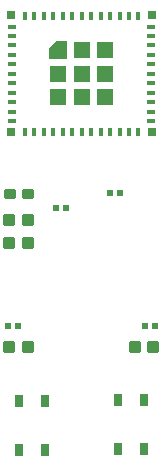
<source format=gbr>
%TF.GenerationSoftware,KiCad,Pcbnew,9.0.2*%
%TF.CreationDate,2025-10-16T21:48:54+11:00*%
%TF.ProjectId,esp32-c3-bare-bones,65737033-322d-4633-932d-626172652d62,0*%
%TF.SameCoordinates,Original*%
%TF.FileFunction,Paste,Top*%
%TF.FilePolarity,Positive*%
%FSLAX46Y46*%
G04 Gerber Fmt 4.6, Leading zero omitted, Abs format (unit mm)*
G04 Created by KiCad (PCBNEW 9.0.2) date 2025-10-16 21:48:54*
%MOMM*%
%LPD*%
G01*
G04 APERTURE LIST*
G04 Aperture macros list*
%AMRoundRect*
0 Rectangle with rounded corners*
0 $1 Rounding radius*
0 $2 $3 $4 $5 $6 $7 $8 $9 X,Y pos of 4 corners*
0 Add a 4 corners polygon primitive as box body*
4,1,4,$2,$3,$4,$5,$6,$7,$8,$9,$2,$3,0*
0 Add four circle primitives for the rounded corners*
1,1,$1+$1,$2,$3*
1,1,$1+$1,$4,$5*
1,1,$1+$1,$6,$7*
1,1,$1+$1,$8,$9*
0 Add four rect primitives between the rounded corners*
20,1,$1+$1,$2,$3,$4,$5,0*
20,1,$1+$1,$4,$5,$6,$7,0*
20,1,$1+$1,$6,$7,$8,$9,0*
20,1,$1+$1,$8,$9,$2,$3,0*%
%AMFreePoly0*
4,1,6,0.725000,-0.725000,-0.725000,-0.725000,-0.725000,0.125000,-0.125000,0.725000,0.725000,0.725000,0.725000,-0.725000,0.725000,-0.725000,$1*%
G04 Aperture macros list end*
%ADD10R,0.700000X0.700000*%
%ADD11R,1.450000X1.450000*%
%ADD12FreePoly0,0.000000*%
%ADD13R,0.400000X0.800000*%
%ADD14R,0.800000X0.400000*%
%ADD15R,0.560000X0.600000*%
%ADD16R,0.650000X1.050000*%
%ADD17RoundRect,0.118750X-0.356250X-0.396250X0.356250X-0.396250X0.356250X0.396250X-0.356250X0.396250X0*%
%ADD18RoundRect,0.116250X-0.358750X-0.348750X0.358750X-0.348750X0.358750X0.348750X-0.358750X0.348750X0*%
G04 APERTURE END LIST*
D10*
%TO.C,ESP32-C3-MINI-1*%
X145775000Y-85700000D03*
X145775000Y-95600000D03*
X157675000Y-95600000D03*
X157675000Y-85700000D03*
D11*
X153700000Y-92625000D03*
X153700000Y-90650000D03*
X153700000Y-88675000D03*
X151725000Y-92625000D03*
X151725000Y-90650000D03*
X151725000Y-88675000D03*
X149750000Y-92625000D03*
X149750000Y-90650000D03*
D12*
X149750000Y-88675000D03*
D13*
X146925000Y-85750000D03*
X147725000Y-85750000D03*
X148525000Y-85750000D03*
X149325000Y-85750000D03*
X150125000Y-85750000D03*
X150925000Y-85750000D03*
X151725000Y-85750000D03*
X152525000Y-85750000D03*
X153325000Y-85750000D03*
X154125000Y-85750000D03*
X154925000Y-85750000D03*
X155725000Y-85750000D03*
X156525000Y-85750000D03*
D14*
X157625000Y-86650000D03*
X157625000Y-87450000D03*
X157625000Y-88250000D03*
X157625000Y-89050000D03*
X157625000Y-89850000D03*
X157625000Y-90650000D03*
X157625000Y-91450000D03*
X157625000Y-92250000D03*
X157625000Y-93050000D03*
X157625000Y-93850000D03*
X157625000Y-94650000D03*
D13*
X156525000Y-95550000D03*
X155725000Y-95550000D03*
X154925000Y-95550000D03*
X154125000Y-95550000D03*
X153325000Y-95550000D03*
X152525000Y-95550000D03*
X151725000Y-95550000D03*
X150925000Y-95550000D03*
X150125000Y-95550000D03*
X149325000Y-95550000D03*
X148525000Y-95550000D03*
X147725000Y-95550000D03*
X146925000Y-95550000D03*
D14*
X145825000Y-94650000D03*
X145825000Y-93850000D03*
X145825000Y-93050000D03*
X145825000Y-92250000D03*
X145825000Y-91450000D03*
X145825000Y-90650000D03*
X145825000Y-89850000D03*
X145825000Y-89050000D03*
X145825000Y-88250000D03*
X145825000Y-87450000D03*
X145825000Y-86650000D03*
%TD*%
D15*
%TO.C,R1*%
X149565000Y-102000000D03*
X150435000Y-102000000D03*
%TD*%
D16*
%TO.C,BOOT*%
X148575000Y-118325000D03*
X148575000Y-122475000D03*
X146425000Y-118325000D03*
X146425000Y-122475000D03*
%TD*%
D15*
%TO.C,R2*%
X145465000Y-112000000D03*
X146335000Y-112000000D03*
%TD*%
D17*
%TO.C,C2*%
X145610000Y-103000000D03*
X147190000Y-103000000D03*
%TD*%
D15*
%TO.C,R4*%
X154130000Y-100750000D03*
X155000000Y-100750000D03*
%TD*%
D17*
%TO.C,C3*%
X145610000Y-105000000D03*
X147190000Y-105000000D03*
%TD*%
D18*
%TO.C,C1*%
X145660000Y-100800000D03*
X147140000Y-100800000D03*
%TD*%
D16*
%TO.C,RESET*%
X156975000Y-118275000D03*
X156975000Y-122425000D03*
X154825000Y-118275000D03*
X154825000Y-122425000D03*
%TD*%
D17*
%TO.C,C5*%
X156210000Y-113750000D03*
X157790000Y-113750000D03*
%TD*%
%TO.C,C4*%
X145610000Y-113750000D03*
X147190000Y-113750000D03*
%TD*%
D15*
%TO.C,R3*%
X157065000Y-112000000D03*
X157935000Y-112000000D03*
%TD*%
M02*

</source>
